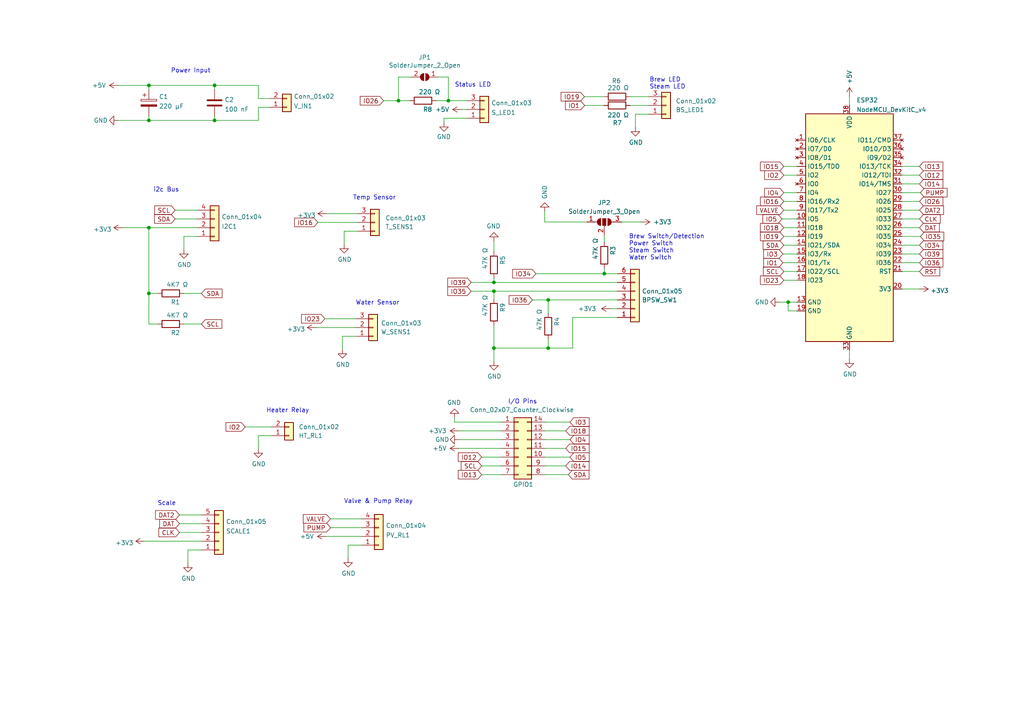
<source format=kicad_sch>
(kicad_sch (version 20230121) (generator eeschema)
  (paper "A4")
  (title_block (title "ESP32 Breakout Board - SMD") (date "2023-12-25") (rev "1.0") (company "CleverCoffee "))
  (lib_symbols
    (symbol "Conn_01x04_1" (pin_names (offset 1.016) hide)
      (property "Reference" "J" (at 0 5.08 0))
      (property "Value" "Conn_01x04_1" (at 0 -7.62 0))
      (symbol "Conn_01x04_1_1_1"
        (rectangle (start -1.27 -4.953) (end 0 -5.207) (stroke (width 0.1524)))
        (rectangle (start -1.27 -2.413) (end 0 -2.667) (stroke (width 0.1524)))
        (rectangle (start -1.27 0.127) (end 0 -0.127) (stroke (width 0.1524)))
        (rectangle (start -1.27 2.667) (end 0 2.413) (stroke (width 0.1524)))
        (rectangle (start -1.27 3.81) (end 1.27 -6.35) (stroke (width 0.254)) (fill (type background)))
        (pin passive line (at -5.08 2.54 0) (length 3.81) (name "Pin_1") (number "1"))
        (pin passive line (at -5.08 0 0) (length 3.81) (name "Pin_2") (number "2"))
        (pin passive line (at -5.08 -2.54 0) (length 3.81) (name "Pin_3") (number "3"))
        (pin passive line (at -5.08 -5.08 0) (length 3.81) (name "Pin_4") (number "4"))
      )
    )
    (symbol "Connector_Generic:Conn_01x02" (pin_names (offset 1.016) hide)
      (property "Reference" "J" (at 0 2.54 0))
      (property "Value" "Conn_01x02" (at 0 -5.08 0))
      (symbol "Conn_01x02_1_1"
        (rectangle (start -1.27 -2.413) (end 0 -2.667) (stroke (width 0.1524)))
        (rectangle (start -1.27 0.127) (end 0 -0.127) (stroke (width 0.1524)))
        (rectangle (start -1.27 1.27) (end 1.27 -3.81) (stroke (width 0.254)) (fill (type background)))
        (pin passive line (at -5.08 0 0) (length 3.81) (name "Pin_1") (number "1"))
        (pin passive line (at -5.08 -2.54 0) (length 3.81) (name "Pin_2") (number "2"))
      )
    )
    (symbol "Connector_Generic:Conn_01x03" (pin_names (offset 1.016) hide)
      (property "Reference" "J" (at 0 5.08 0))
      (property "Value" "Conn_01x03" (at 0 -5.08 0))
      (symbol "Conn_01x03_1_1"
        (rectangle (start -1.27 -2.413) (end 0 -2.667) (stroke (width 0.1524)))
        (rectangle (start -1.27 0.127) (end 0 -0.127) (stroke (width 0.1524)))
        (rectangle (start -1.27 2.667) (end 0 2.413) (stroke (width 0.1524)))
        (rectangle (start -1.27 3.81) (end 1.27 -3.81) (stroke (width 0.254)) (fill (type background)))
        (pin passive line (at -5.08 2.54 0) (length 3.81) (name "Pin_1") (number "1"))
        (pin passive line (at -5.08 0 0) (length 3.81) (name "Pin_2") (number "2"))
        (pin passive line (at -5.08 -2.54 0) (length 3.81) (name "Pin_3") (number "3"))
      )
    )
    (symbol "Connector_Generic:Conn_01x04" (pin_names (offset 1.016) hide)
      (property "Reference" "J" (at 0 5.08 0))
      (property "Value" "Conn_01x04" (at 0 -7.62 0))
      (symbol "Conn_01x04_1_1"
        (rectangle (start -1.27 -4.953) (end 0 -5.207) (stroke (width 0.1524)))
        (rectangle (start -1.27 -2.413) (end 0 -2.667) (stroke (width 0.1524)))
        (rectangle (start -1.27 0.127) (end 0 -0.127) (stroke (width 0.1524)))
        (rectangle (start -1.27 2.667) (end 0 2.413) (stroke (width 0.1524)))
        (rectangle (start -1.27 3.81) (end 1.27 -6.35) (stroke (width 0.254)) (fill (type background)))
        (pin passive line (at -5.08 2.54 0) (length 3.81) (name "Pin_1") (number "1"))
        (pin passive line (at -5.08 0 0) (length 3.81) (name "Pin_2") (number "2"))
        (pin passive line (at -5.08 -2.54 0) (length 3.81) (name "Pin_3") (number "3"))
        (pin passive line (at -5.08 -5.08 0) (length 3.81) (name "Pin_4") (number "4"))
      )
    )
    (symbol "Connector_Generic:Conn_01x05" (pin_names (offset 1.016) hide)
      (property "Reference" "J" (at 0 7.62 0))
      (property "Value" "Conn_01x05" (at 0 -7.62 0))
      (symbol "Conn_01x05_1_1"
        (rectangle (start -1.27 -4.953) (end 0 -5.207) (stroke (width 0.1524)))
        (rectangle (start -1.27 -2.413) (end 0 -2.667) (stroke (width 0.1524)))
        (rectangle (start -1.27 0.127) (end 0 -0.127) (stroke (width 0.1524)))
        (rectangle (start -1.27 2.667) (end 0 2.413) (stroke (width 0.1524)))
        (rectangle (start -1.27 5.207) (end 0 4.953) (stroke (width 0.1524)))
        (rectangle (start -1.27 6.35) (end 1.27 -6.35) (stroke (width 0.254)) (fill (type background)))
        (pin passive line (at -5.08 5.08 0) (length 3.81) (name "Pin_1") (number "1"))
        (pin passive line (at -5.08 2.54 0) (length 3.81) (name "Pin_2") (number "2"))
        (pin passive line (at -5.08 0 0) (length 3.81) (name "Pin_3") (number "3"))
        (pin passive line (at -5.08 -2.54 0) (length 3.81) (name "Pin_4") (number "4"))
        (pin passive line (at -5.08 -5.08 0) (length 3.81) (name "Pin_5") (number "5"))
      )
    )
    (symbol "Connector_Generic:Conn_01x06" (pin_names (offset 1.016) hide)
      (property "Reference" "J" (at 0 7.62 0))
      (property "Value" "Conn_01x06" (at 0 -10.16 0))
      (symbol "Conn_01x06_1_1"
        (rectangle (start -1.27 -7.493) (end 0 -7.747) (stroke (width 0.1524)))
        (rectangle (start -1.27 -4.953) (end 0 -5.207) (stroke (width 0.1524)))
        (rectangle (start -1.27 -2.413) (end 0 -2.667) (stroke (width 0.1524)))
        (rectangle (start -1.27 0.127) (end 0 -0.127) (stroke (width 0.1524)))
        (rectangle (start -1.27 2.667) (end 0 2.413) (stroke (width 0.1524)))
        (rectangle (start -1.27 5.207) (end 0 4.953) (stroke (width 0.1524)))
        (rectangle (start -1.27 6.35) (end 1.27 -8.89) (stroke (width 0.254)) (fill (type background)))
        (pin passive line (at -5.08 5.08 0) (length 3.81) (name "Pin_1") (number "1"))
        (pin passive line (at -5.08 2.54 0) (length 3.81) (name "Pin_2") (number "2"))
        (pin passive line (at -5.08 0 0) (length 3.81) (name "Pin_3") (number "3"))
        (pin passive line (at -5.08 -2.54 0) (length 3.81) (name "Pin_4") (number "4"))
        (pin passive line (at -5.08 -5.08 0) (length 3.81) (name "Pin_5") (number "5"))
        (pin passive line (at -5.08 -7.62 0) (length 3.81) (name "Pin_6") (number "6"))
      )
    )
    (symbol "Connector_Generic:Conn_02x07_Counter_Clockwise" (pin_names (offset 1.016) hide)
      (property "Reference" "J" (at 1.27 10.16 0))
      (property "Value" "Conn_02x07_Counter_Clockwise" (at 1.27 -10.16 0))
      (symbol "Conn_02x07_Counter_Clockwise_1_1"
        (rectangle (start -1.27 -7.493) (end 0 -7.747) (stroke (width 0.1524)))
        (rectangle (start -1.27 -4.953) (end 0 -5.207) (stroke (width 0.1524)))
        (rectangle (start -1.27 -2.413) (end 0 -2.667) (stroke (width 0.1524)))
        (rectangle (start -1.27 0.127) (end 0 -0.127) (stroke (width 0.1524)))
        (rectangle (start -1.27 2.667) (end 0 2.413) (stroke (width 0.1524)))
        (rectangle (start -1.27 5.207) (end 0 4.953) (stroke (width 0.1524)))
        (rectangle (start -1.27 7.747) (end 0 7.493) (stroke (width 0.1524)))
        (rectangle (start -1.27 8.89) (end 3.81 -8.89) (stroke (width 0.254)) (fill (type background)))
        (rectangle (start 3.81 -7.493) (end 2.54 -7.747) (stroke (width 0.1524)))
        (rectangle (start 3.81 -4.953) (end 2.54 -5.207) (stroke (width 0.1524)))
        (rectangle (start 3.81 -2.413) (end 2.54 -2.667) (stroke (width 0.1524)))
        (rectangle (start 3.81 0.127) (end 2.54 -0.127) (stroke (width 0.1524)))
        (rectangle (start 3.81 2.667) (end 2.54 2.413) (stroke (width 0.1524)))
        (rectangle (start 3.81 5.207) (end 2.54 4.953) (stroke (width 0.1524)))
        (rectangle (start 3.81 7.747) (end 2.54 7.493) (stroke (width 0.1524)))
        (pin passive line (at -5.08 7.62 0) (length 3.81) (name "Pin_1") (number "1"))
        (pin passive line (at 7.62 -2.54 180) (length 3.81) (name "Pin_10") (number "10"))
        (pin passive line (at 7.62 0 180) (length 3.81) (name "Pin_11") (number "11"))
        (pin passive line (at 7.62 2.54 180) (length 3.81) (name "Pin_12") (number "12"))
        (pin passive line (at 7.62 5.08 180) (length 3.81) (name "Pin_13") (number "13"))
        (pin passive line (at 7.62 7.62 180) (length 3.81) (name "Pin_14") (number "14"))
        (pin passive line (at -5.08 5.08 0) (length 3.81) (name "Pin_2") (number "2"))
        (pin passive line (at -5.08 2.54 0) (length 3.81) (name "Pin_3") (number "3"))
        (pin passive line (at -5.08 0 0) (length 3.81) (name "Pin_4") (number "4"))
        (pin passive line (at -5.08 -2.54 0) (length 3.81) (name "Pin_5") (number "5"))
        (pin passive line (at -5.08 -5.08 0) (length 3.81) (name "Pin_6") (number "6"))
        (pin passive line (at -5.08 -7.62 0) (length 3.81) (name "Pin_7") (number "7"))
        (pin passive line (at 7.62 -7.62 180) (length 3.81) (name "Pin_8") (number "8"))
        (pin passive line (at 7.62 -5.08 180) (length 3.81) (name "Pin_9") (number "9"))
      )
    )
    (symbol "Device:C" (pin_numbers hide) (pin_names (offset 0.254))
      (property "Reference" "C" (at 0.635 2.54 0))
      (property "Value" "C" (at 0.635 -2.54 0))
      (symbol "C_0_1"
        (polyline (pts (xy -2.032 -0.762) (xy 2.032 -0.762)) (stroke (width 0.508)))
        (polyline (pts (xy -2.032 0.762) (xy 2.032 0.762)) (stroke (width 0.508)))
      )
      (symbol "C_1_1"
        (pin passive line (at 0 3.81 270) (length 2.794) (name "~") (number "1"))
        (pin passive line (at 0 -3.81 90) (length 2.794) (name "~") (number "2"))
      )
    )
    (symbol "Device:C_Polarized" (pin_numbers hide) (pin_names (offset 0.254))
      (property "Reference" "C" (at 0.635 2.54 0))
      (property "Value" "C_Polarized" (at 0.635 -2.54 0))
      (symbol "C_Polarized_0_1"
        (rectangle (start -2.286 0.508) (end 2.286 1.016))
        (polyline (pts (xy -1.778 2.286) (xy -0.762 2.286)))
        (polyline (pts (xy -1.27 2.794) (xy -1.27 1.778)))
        (rectangle (start 2.286 -0.508) (end -2.286 -1.016) (fill (type outline)))
      )
      (symbol "C_Polarized_1_1"
        (pin passive line (at 0 3.81 270) (length 2.794) (name "~") (number "1"))
        (pin passive line (at 0 -3.81 90) (length 2.794) (name "~") (number "2"))
      )
    )
    (symbol "Device:R" (pin_numbers hide) (pin_names (offset 0))
      (property "Reference" "R" (at 2.032 0 90))
      (property "Value" "R" (at 0 0 90))
      (symbol "R_0_1"
        (rectangle (start -1.016 -2.54) (end 1.016 2.54) (stroke (width 0.254)))
      )
      (symbol "R_1_1"
        (pin passive line (at 0 3.81 270) (length 1.27) (name "~") (number "1"))
        (pin passive line (at 0 -3.81 90) (length 1.27) (name "~") (number "2"))
      )
    )
    (symbol "Jumper:SolderJumper_2_Open" (pin_names (offset 0) hide)
      (property "Reference" "JP" (at 0 2.032 0))
      (property "Value" "SolderJumper_2_Open" (at 0 -2.54 0))
      (symbol "SolderJumper_2_Open_0_1"
        (arc (start -0.254 1.016) (mid -1.2656 0) (end -0.254 -1.016))
        (arc (start -0.254 1.016) (mid -1.2656 0) (end -0.254 -1.016) (fill (type outline)))
        (polyline (pts (xy -0.254 1.016) (xy -0.254 -1.016)))
        (polyline (pts (xy 0.254 1.016) (xy 0.254 -1.016)))
        (arc (start 0.254 -1.016) (mid 1.2656 0) (end 0.254 1.016))
        (arc (start 0.254 -1.016) (mid 1.2656 0) (end 0.254 1.016) (fill (type outline)))
      )
      (symbol "SolderJumper_2_Open_1_1"
        (pin passive line (at -3.81 0 0) (length 2.54) (name "A") (number "1"))
        (pin passive line (at 3.81 0 180) (length 2.54) (name "B") (number "2"))
      )
    )
    (symbol "Jumper:SolderJumper_3_Open" (pin_names (offset 0) hide)
      (property "Reference" "JP" (at -2.54 -2.54 0))
      (property "Value" "SolderJumper_3_Open" (at 0 2.794 0))
      (symbol "SolderJumper_3_Open_0_1"
        (arc (start -1.016 1.016) (mid -2.0276 0) (end -1.016 -1.016))
        (arc (start -1.016 1.016) (mid -2.0276 0) (end -1.016 -1.016) (fill (type outline)))
        (rectangle (start -0.508 1.016) (end 0.508 -1.016) (fill (type outline)))
        (polyline (pts (xy -2.54 0) (xy -2.032 0)))
        (polyline (pts (xy -1.016 1.016) (xy -1.016 -1.016)))
        (polyline (pts (xy 0 -1.27) (xy 0 -1.016)))
        (polyline (pts (xy 1.016 1.016) (xy 1.016 -1.016)))
        (polyline (pts (xy 2.54 0) (xy 2.032 0)))
        (arc (start 1.016 -1.016) (mid 2.0276 0) (end 1.016 1.016))
        (arc (start 1.016 -1.016) (mid 2.0276 0) (end 1.016 1.016) (fill (type outline)))
      )
      (symbol "SolderJumper_3_Open_1_1"
        (pin passive line (at -5.08 0 0) (length 2.54) (name "A") (number "1"))
        (pin passive line (at 0 -3.81 90) (length 2.54) (name "C") (number "2"))
        (pin passive line (at 5.08 0 180) (length 2.54) (name "B") (number "3"))
      )
    )
    (symbol "MCU_Espressif:NodeMCU_DevKitC_v4"
      (property "Reference" "ESP32" (at 2.0194 36.9865 0))
      (property "Value" "NodeMCU_DevKitC_v4" (at 2.0194 34.2114 0))
      (symbol "NodeMCU_DevKitC_v4_0_1"
        (rectangle (start -12.7 33.02) (end 12.7 -33.02) (stroke (width 0.254)) (fill (type background)))
      )
      (symbol "NodeMCU_DevKitC_v4_1_1"
        (pin no_connect line (at -15.24 25.4 0) (length 2.54) (name "IO6/CLK") (number "1"))
        (pin bidirectional line (at -15.24 2.54 0) (length 2.54) (name "IO5") (number "10"))
        (pin bidirectional line (at -15.24 0 0) (length 2.54) (name "IO18") (number "11"))
        (pin bidirectional line (at -15.24 -2.54 0) (length 2.54) (name "IO19") (number "12"))
        (pin power_in line (at -15.24 -21.59 0) (length 2.54) (name "GND") (number "13"))
        (pin bidirectional line (at -15.24 -5.08 0) (length 2.54) (name "IO21/SDA") (number "14"))
        (pin bidirectional line (at -15.24 -7.62 0) (length 2.54) (name "IO3/Rx") (number "15"))
        (pin bidirectional line (at -15.24 -10.16 0) (length 2.54) (name "IO1/Tx") (number "16"))
        (pin bidirectional line (at -15.24 -12.7 0) (length 2.54) (name "IO22/SCL") (number "17"))
        (pin bidirectional line (at -15.24 -15.24 0) (length 2.54) (name "IO23") (number "18"))
        (pin power_in line (at -15.24 -24.13 0) (length 2.54) (name "GND") (number "19"))
        (pin no_connect line (at -15.24 22.86 0) (length 2.54) (name "IO7/D0") (number "2"))
        (pin power_out line (at 15.24 -17.78 180) (length 2.54) (name "3V3") (number "20"))
        (pin input line (at 15.24 -12.7 180) (length 2.54) (name "RST") (number "21"))
        (pin bidirectional line (at 15.24 -10.16 180) (length 2.54) (name "IO36") (number "22"))
        (pin bidirectional line (at 15.24 -7.62 180) (length 2.54) (name "IO39") (number "23"))
        (pin bidirectional line (at 15.24 -5.08 180) (length 2.54) (name "IO34") (number "24"))
        (pin bidirectional line (at 15.24 -2.54 180) (length 2.54) (name "IO35") (number "25"))
        (pin bidirectional line (at 15.24 0 180) (length 2.54) (name "IO32") (number "26"))
        (pin bidirectional line (at 15.24 2.54 180) (length 2.54) (name "IO33") (number "27"))
        (pin bidirectional line (at 15.24 5.08 180) (length 2.54) (name "IO25") (number "28"))
        (pin bidirectional line (at 15.24 7.62 180) (length 2.54) (name "IO26") (number "29"))
        (pin no_connect line (at -15.24 20.32 0) (length 2.54) (name "IO8/D1") (number "3"))
        (pin bidirectional line (at 15.24 10.16 180) (length 2.54) (name "IO27") (number "30"))
        (pin bidirectional line (at 15.24 12.7 180) (length 2.54) (name "IO14/TMS") (number "31"))
        (pin bidirectional line (at 15.24 15.24 180) (length 2.54) (name "IO12/TDI") (number "32"))
        (pin power_in line (at 0 -35.56 90) (length 2.54) (name "GND") (number "33"))
        (pin bidirectional line (at 15.24 17.78 180) (length 2.54) (name "IO13/TCK") (number "34"))
        (pin no_connect line (at 15.24 20.32 180) (length 2.54) (name "IO9/D2") (number "35"))
        (pin no_connect line (at 15.24 22.86 180) (length 2.54) (name "IO10/D3") (number "36"))
        (pin no_connect line (at 15.24 25.4 180) (length 2.54) (name "IO11/CMD") (number "37"))
        (pin power_in line (at 0 35.56 270) (length 2.54) (name "VDD") (number "38"))
        (pin bidirectional line (at -15.24 17.78 0) (length 2.54) (name "IO15/TDO") (number "4"))
        (pin bidirectional line (at -15.24 15.24 0) (length 2.54) (name "IO2") (number "5"))
        (pin no_connect line (at -15.24 12.7 0) (length 2.54) (name "IO0") (number "6"))
        (pin bidirectional line (at -15.24 10.16 0) (length 2.54) (name "IO4") (number "7"))
        (pin bidirectional line (at -15.24 7.62 0) (length 2.54) (name "IO16/Rx2") (number "8"))
        (pin bidirectional line (at -15.24 5.08 0) (length 2.54) (name "IO17/Tx2") (number "9"))
      )
    )
    (symbol "power:+3.3V" (power) (pin_names (offset 0))
      (property "Value" "+3.3V" (at 0 3.556 0))
      (symbol "+3.3V_0_1"
        (polyline (pts (xy -0.762 1.27) (xy 0 2.54)))
        (polyline (pts (xy 0 0) (xy 0 2.54)))
        (polyline (pts (xy 0 2.54) (xy 0.762 1.27)))
      )
      (symbol "+3.3V_1_1"
        (pin power_in line (at 0 0 90) (length 0) hide (name "+3V3") (number "1"))
      )
    )
    (symbol "power:+5V" (power) (pin_names (offset 0))
      (property "Value" "+5V" (at 0 3.556 0))
      (symbol "+5V_0_1"
        (polyline (pts (xy -0.762 1.27) (xy 0 2.54)))
        (polyline (pts (xy 0 0) (xy 0 2.54)))
        (polyline (pts (xy 0 2.54) (xy 0.762 1.27)))
      )
      (symbol "+5V_1_1"
        (pin power_in line (at 0 0 90) (length 0) hide (name "+5V") (number "1"))
      )
    )
    (symbol "power:GND" (power) (pin_names (offset 0))
      (property "Value" "GND" (at 0 -3.81 0))
      (symbol "GND_0_1"
        (polyline (pts (xy 0 0) (xy 0 -1.27) (xy 1.27 -1.27) (xy 0 -2.54) (xy -1.27 -1.27) (xy 0 -1.27)))
      )
      (symbol "GND_1_1"
        (pin power_in line (at 0 0 270) (length 0) hide (name "GND") (number "1"))
      )
    )
  )
  (junction (at 43.18 66.04))
  (junction (at 43.18 85.09))
  (junction (at 228.6 87.63))
  (junction (at 62.23 34.925))
  (junction (at 143.256 84.455))
  (junction (at 115.57 29.21))
  (junction (at 62.23 24.765))
  (junction (at 159.004 100.965))
  (junction (at 43.18 24.765))
  (junction (at 175.26 79.375))
  (junction (at 159.004 86.995))
  (junction (at 43.18 34.925))
  (junction (at 143.256 81.915))
  (junction (at 143.256 100.965))
  (junction (at 130.048 29.21))
  (wire (pts (xy 94.234 92.456) (xy 103.124 92.456)))
  (wire (pts (xy 133.096 130.048) (xy 145.288 130.048)))
  (wire (pts (xy 54.5084 159.512) (xy 54.5084 163.3728)))
  (wire (pts (xy 92.202 64.516) (xy 103.632 64.516)))
  (wire (pts (xy 131.826 122.428) (xy 131.826 121.158)))
  (wire (pts (xy 184.3024 36.9316) (xy 184.3024 33.1216)))
  (wire (pts (xy 157.988 124.968) (xy 164.084 124.968)))
  (wire (pts (xy 226.06 87.63) (xy 228.6 87.63)))
  (wire (pts (xy 43.18 85.09) (xy 43.18 93.98)))
  (wire (pts (xy 145.288 122.428) (xy 131.826 122.428)))
  (wire (pts (xy 94.615 155.575) (xy 104.775 155.575)))
  (wire (pts (xy 62.23 24.765) (xy 62.23 26.035)))
  (wire (pts (xy 99.314 97.536) (xy 103.124 97.536)))
  (wire (pts (xy 50.8 63.5) (xy 57.15 63.5)))
  (wire (pts (xy 154.432 86.995) (xy 159.004 86.995)))
  (wire (pts (xy 43.18 34.925) (xy 62.23 34.925)))
  (wire (pts (xy 43.18 85.09) (xy 45.72 85.09)))
  (wire (pts (xy 246.38 101.6) (xy 246.38 104.14)))
  (wire (pts (xy 139.7 132.588) (xy 145.288 132.588)))
  (wire (pts (xy 99.314 101.346) (xy 99.314 97.536)))
  (wire (pts (xy 74.93 24.765) (xy 74.93 28.575)))
  (wire (pts (xy 53.34 93.98) (xy 58.42 93.98)))
  (wire (pts (xy 133.096 127.508) (xy 145.288 127.508)))
  (wire (pts (xy 133.096 124.968) (xy 145.288 124.968)))
  (wire (pts (xy 94.742 61.976) (xy 103.632 61.976)))
  (wire (pts (xy 43.18 24.765) (xy 43.18 26.035)))
  (wire (pts (xy 62.23 33.655) (xy 62.23 34.925)))
  (wire (pts (xy 126.492 29.21) (xy 130.048 29.21)))
  (wire (pts (xy 169.5196 28.0416) (xy 175.1584 28.0416)))
  (wire (pts (xy 228.6 87.63) (xy 231.14 87.63)))
  (wire (pts (xy 246.38 27.94) (xy 246.38 30.48)))
  (wire (pts (xy 43.18 66.04) (xy 43.18 85.09)))
  (wire (pts (xy 227.33 50.8) (xy 231.14 50.8)))
  (wire (pts (xy 43.18 33.655) (xy 43.18 34.925)))
  (wire (pts (xy 136.652 84.455) (xy 143.256 84.455)))
  (wire (pts (xy 261.62 50.8) (xy 266.7 50.8)))
  (wire (pts (xy 139.7 135.128) (xy 145.288 135.128)))
  (wire (pts (xy 100.965 161.925) (xy 100.965 158.115)))
  (wire (pts (xy 175.26 68.199) (xy 175.26 70.231)))
  (wire (pts (xy 53.34 68.58) (xy 53.34 72.39)))
  (wire (pts (xy 74.93 28.575) (xy 78.105 28.575)))
  (wire (pts (xy 226.822 63.5) (xy 231.14 63.5)))
  (wire (pts (xy 227.33 68.58) (xy 231.14 68.58)))
  (wire (pts (xy 227.33 71.12) (xy 231.14 71.12)))
  (wire (pts (xy 99.822 67.056) (xy 103.632 67.056)))
  (wire (pts (xy 78.74 126.365) (xy 74.93 126.365)))
  (wire (pts (xy 227.076 76.2) (xy 231.14 76.2)))
  (wire (pts (xy 130.048 22.352) (xy 130.048 29.21)))
  (wire (pts (xy 159.004 86.995) (xy 179.07 86.995)))
  (wire (pts (xy 52.07 154.432) (xy 58.42 154.432)))
  (wire (pts (xy 157.988 127.508) (xy 165.3032 127.508)))
  (wire (pts (xy 159.004 98.425) (xy 159.004 100.965)))
  (wire (pts (xy 261.62 60.96) (xy 266.7 60.96)))
  (wire (pts (xy 95.885 153.035) (xy 104.775 153.035)))
  (wire (pts (xy 261.62 58.42) (xy 266.7 58.42)))
  (wire (pts (xy 261.62 53.34) (xy 266.7 53.34)))
  (wire (pts (xy 128.778 34.29) (xy 128.778 35.56)))
  (wire (pts (xy 115.57 22.352) (xy 115.57 29.21)))
  (wire (pts (xy 157.988 61.341) (xy 157.988 64.389)))
  (wire (pts (xy 261.62 48.26) (xy 266.7 48.26)))
  (wire (pts (xy 227.33 55.88) (xy 231.14 55.88)))
  (wire (pts (xy 180.34 64.389) (xy 185.928 64.389)))
  (wire (pts (xy 175.26 77.851) (xy 175.26 79.375)))
  (wire (pts (xy 74.93 24.765) (xy 62.23 24.765)))
  (wire (pts (xy 34.29 24.765) (xy 43.18 24.765)))
  (wire (pts (xy 227.33 58.42) (xy 231.14 58.42)))
  (wire (pts (xy 166.116 92.075) (xy 179.07 92.075)))
  (wire (pts (xy 143.256 100.965) (xy 159.004 100.965)))
  (wire (pts (xy 157.988 122.428) (xy 165.3032 122.428)))
  (wire (pts (xy 261.62 55.88) (xy 266.954 55.88)))
  (wire (pts (xy 184.3024 33.1216) (xy 188.1124 33.1216)))
  (wire (pts (xy 175.26 79.375) (xy 179.07 79.375)))
  (wire (pts (xy 52.07 149.352) (xy 58.42 149.352)))
  (wire (pts (xy 111.252 29.21) (xy 115.57 29.21)))
  (wire (pts (xy 157.988 64.389) (xy 170.18 64.389)))
  (wire (pts (xy 115.57 29.21) (xy 118.872 29.21)))
  (wire (pts (xy 188.1124 30.5816) (xy 182.7784 30.5816)))
  (wire (pts (xy 261.62 63.5) (xy 266.7 63.5)))
  (wire (pts (xy 91.694 94.996) (xy 103.124 94.996)))
  (wire (pts (xy 177.038 89.535) (xy 179.07 89.535)))
  (wire (pts (xy 53.34 85.09) (xy 58.42 85.09)))
  (wire (pts (xy 143.256 94.361) (xy 143.256 100.965)))
  (wire (pts (xy 157.988 132.588) (xy 165.3032 132.588)))
  (wire (pts (xy 71.12 123.825) (xy 78.74 123.825)))
  (wire (pts (xy 261.62 68.58) (xy 266.954 68.58)))
  (wire (pts (xy 74.93 34.925) (xy 62.23 34.925)))
  (wire (pts (xy 119.38 22.352) (xy 115.57 22.352)))
  (wire (pts (xy 135.382 34.29) (xy 128.778 34.29)))
  (wire (pts (xy 157.988 130.048) (xy 164.084 130.048)))
  (wire (pts (xy 136.652 81.915) (xy 143.256 81.915)))
  (wire (pts (xy 133.858 31.75) (xy 135.382 31.75)))
  (wire (pts (xy 35.56 66.04) (xy 43.18 66.04)))
  (wire (pts (xy 41.91 156.972) (xy 58.42 156.972)))
  (wire (pts (xy 143.256 84.455) (xy 179.07 84.455)))
  (wire (pts (xy 143.256 80.645) (xy 143.256 81.915)))
  (wire (pts (xy 227.33 48.26) (xy 231.14 48.26)))
  (wire (pts (xy 261.62 78.74) (xy 266.7 78.74)))
  (wire (pts (xy 53.34 68.58) (xy 57.15 68.58)))
  (wire (pts (xy 227.33 60.96) (xy 231.14 60.96)))
  (wire (pts (xy 43.18 66.04) (xy 57.15 66.04)))
  (wire (pts (xy 130.048 29.21) (xy 135.382 29.21)))
  (wire (pts (xy 227.33 81.28) (xy 231.14 81.28)))
  (wire (pts (xy 169.5704 30.5816) (xy 175.1584 30.5816)))
  (wire (pts (xy 52.07 151.892) (xy 58.42 151.892)))
  (wire (pts (xy 227.076 73.66) (xy 231.14 73.66)))
  (wire (pts (xy 74.93 31.115) (xy 78.105 31.115)))
  (wire (pts (xy 159.004 100.965) (xy 166.116 100.965)))
  (wire (pts (xy 100.965 158.115) (xy 104.775 158.115)))
  (wire (pts (xy 74.93 31.115) (xy 74.93 34.925)))
  (wire (pts (xy 228.6 90.17) (xy 228.6 87.63)))
  (wire (pts (xy 261.62 83.82) (xy 266.7 83.82)))
  (wire (pts (xy 50.8 60.96) (xy 57.15 60.96)))
  (wire (pts (xy 159.004 86.995) (xy 159.004 90.805)))
  (wire (pts (xy 261.62 71.12) (xy 266.7 71.12)))
  (wire (pts (xy 155.448 79.375) (xy 175.26 79.375)))
  (wire (pts (xy 143.256 84.455) (xy 143.256 86.741)))
  (wire (pts (xy 34.29 34.925) (xy 43.18 34.925)))
  (wire (pts (xy 54.5084 159.512) (xy 58.42 159.512)))
  (wire (pts (xy 143.256 100.965) (xy 143.256 104.775)))
  (wire (pts (xy 231.14 90.17) (xy 228.6 90.17)))
  (wire (pts (xy 143.256 69.977) (xy 143.256 73.025)))
  (wire (pts (xy 139.7 137.668) (xy 145.288 137.668)))
  (wire (pts (xy 182.7784 28.0416) (xy 188.1124 28.0416)))
  (wire (pts (xy 227.33 66.04) (xy 231.14 66.04)))
  (wire (pts (xy 166.116 92.075) (xy 166.116 100.965)))
  (wire (pts (xy 95.8342 150.495) (xy 104.775 150.495)))
  (wire (pts (xy 43.18 93.98) (xy 45.72 93.98)))
  (wire (pts (xy 127 22.352) (xy 130.048 22.352)))
  (wire (pts (xy 227.33 78.74) (xy 231.14 78.74)))
  (wire (pts (xy 99.822 70.866) (xy 99.822 67.056)))
  (wire (pts (xy 157.988 135.128) (xy 164.084 135.128)))
  (wire (pts (xy 157.988 137.668) (xy 164.846 137.668)))
  (wire (pts (xy 261.62 76.2) (xy 266.7 76.2)))
  (wire (pts (xy 74.93 126.365) (xy 74.93 130.175)))
  (wire (pts (xy 143.256 81.915) (xy 179.07 81.915)))
  (wire (pts (xy 261.62 66.04) (xy 266.7 66.04)))
  (wire (pts (xy 261.62 73.66) (xy 266.7 73.66)))
  (wire (pts (xy 43.18 24.765) (xy 62.23 24.765)))
  (text "Status LED" (at 131.8768 25.4508 0) (effects (font (size 1.27 1.27)) (justify left bottom)))
  (text "i2c Bus\n" (at 44.45 55.88 0) (effects (font (size 1.27 1.27)) (justify left bottom)))
  (text "Temp Sensor\n" (at 102.362 58.166 0) (effects (font (size 1.27 1.27)) (justify left bottom)))
  (text "Brew Switch/Detection\nPower Switch\nSteam Switch\nWater Switch\n" (at 182.372 75.565 0) (effects (font (size 1.27 1.27)) (justify left bottom)))
  (text "Heater Relay" (at 77.216 119.888 0) (effects (font (size 1.27 1.27)) (justify left bottom)))
  (text "Scale\n" (at 45.6692 146.812 0) (effects (font (size 1.27 1.27)) (justify left bottom)))
  (text "Brew LED\nSteam LED" (at 188.3664 26.0096 0) (effects (font (size 1.27 1.27)) (justify left bottom)))
  (text "I/O Pins\n" (at 147.32 117.348 0) (effects (font (size 1.27 1.27)) (justify left bottom)))
  (text "Power Input" (at 49.53 21.336 0) (effects (font (size 1.27 1.27)) (justify left bottom)))
  (text "Valve & Pump Relay\n" (at 99.7458 146.2278 0) (effects (font (size 1.27 1.27)) (justify left bottom)))
  (text "Water Sensor\n" (at 103.124 88.646 0) (effects (font (size 1.27 1.27)) (justify left bottom)))
  (global_label "IO35" (shape input) (at 136.652 84.455 180) (property "Intersheetrefs" "${INTERSHEET_REFS}" (effects hide)))
  (global_label "IO15" (shape input) (at 164.084 130.048 0) (property "Intersheetrefs" "${INTERSHEET_REFS}" (effects hide)))
  (global_label "IO3" (shape input) (at 227.076 73.66 180) (property "Intersheetrefs" "${INTERSHEET_REFS}" (effects hide)))
  (global_label "DAT" (shape input) (at 52.07 151.892 180) (property "Intersheetrefs" "${INTERSHEET_REFS}" (effects hide)))
  (global_label "CLK" (shape input) (at 266.7 63.5 0) (property "Intersheetrefs" "${INTERSHEET_REFS}" (effects hide)))
  (global_label "IO1" (shape input) (at 227.076 76.2 180) (property "Intersheetrefs" "${INTERSHEET_REFS}" (effects hide)))
  (global_label "SCL" (shape input) (at 139.7 135.128 180) (property "Intersheetrefs" "${INTERSHEET_REFS}" (effects hide)))
  (global_label "IO12" (shape input) (at 139.7 132.588 180) (property "Intersheetrefs" "${INTERSHEET_REFS}" (effects hide)))
  (global_label "IO39" (shape input) (at 136.652 81.915 180) (property "Intersheetrefs" "${INTERSHEET_REFS}" (effects hide)))
  (global_label "IO18" (shape input) (at 227.33 66.04 180) (property "Intersheetrefs" "${INTERSHEET_REFS}" (effects hide)))
  (global_label "CLK" (shape input) (at 52.07 154.432 180) (property "Intersheetrefs" "${INTERSHEET_REFS}" (effects hide)))
  (global_label "IO35" (shape input) (at 266.954 68.58 0) (property "Intersheetrefs" "${INTERSHEET_REFS}" (effects hide)))
  (global_label "IO12" (shape input) (at 266.7 50.8 0) (property "Intersheetrefs" "${INTERSHEET_REFS}" (effects hide)))
  (global_label "IO2" (shape input) (at 71.12 123.825 180) (property "Intersheetrefs" "${INTERSHEET_REFS}" (effects hide)))
  (global_label "IO19" (shape input) (at 169.5196 28.0416 180) (property "Intersheetrefs" "${INTERSHEET_REFS}" (effects hide)))
  (global_label "IO26" (shape input) (at 111.252 29.21 180) (property "Intersheetrefs" "${INTERSHEET_REFS}" (effects hide)))
  (global_label "PUMP" (shape input) (at 95.885 153.035 180) (property "Intersheetrefs" "${INTERSHEET_REFS}" (effects hide)))
  (global_label "IO23" (shape input) (at 227.33 81.28 180) (property "Intersheetrefs" "${INTERSHEET_REFS}" (effects hide)))
  (global_label "SDA" (shape input) (at 50.8 63.5 180) (property "Intersheetrefs" "${INTERSHEET_REFS}" (effects hide)))
  (global_label "IO5" (shape input) (at 226.822 63.5 180) (property "Intersheetrefs" "${INTERSHEET_REFS}" (effects hide)))
  (global_label "IO15" (shape input) (at 227.33 48.26 180) (property "Intersheetrefs" "${INTERSHEET_REFS}" (effects hide)))
  (global_label "IO19" (shape input) (at 227.33 68.58 180) (property "Intersheetrefs" "${INTERSHEET_REFS}" (effects hide)))
  (global_label "VALVE" (shape input) (at 95.8342 150.495 180) (property "Intersheetrefs" "${INTERSHEET_REFS}" (effects hide)))
  (global_label "SDA" (shape input) (at 227.33 71.12 180) (property "Intersheetrefs" "${INTERSHEET_REFS}" (effects hide)))
  (global_label "IO16" (shape input) (at 227.33 58.42 180) (property "Intersheetrefs" "${INTERSHEET_REFS}" (effects hide)))
  (global_label "SCL" (shape input) (at 50.8 60.96 180) (property "Intersheetrefs" "${INTERSHEET_REFS}" (effects hide)))
  (global_label "IO14" (shape input) (at 164.084 135.128 0) (property "Intersheetrefs" "${INTERSHEET_REFS}" (effects hide)))
  (global_label "DAT2" (shape input) (at 52.07 149.352 180) (property "Intersheetrefs" "${INTERSHEET_REFS}" (effects hide)))
  (global_label "IO18" (shape input) (at 164.084 124.968 0) (property "Intersheetrefs" "${INTERSHEET_REFS}" (effects hide)))
  (global_label "IO23" (shape input) (at 94.234 92.456 180) (property "Intersheetrefs" "${INTERSHEET_REFS}" (effects hide)))
  (global_label "SDA" (shape input) (at 58.42 85.09 0) (property "Intersheetrefs" "${INTERSHEET_REFS}" (effects hide)))
  (global_label "IO13" (shape input) (at 266.7 48.26 0) (property "Intersheetrefs" "${INTERSHEET_REFS}" (effects hide)))
  (global_label "IO39" (shape input) (at 266.7 73.66 0) (property "Intersheetrefs" "${INTERSHEET_REFS}" (effects hide)))
  (global_label "VALVE" (shape input) (at 227.33 60.96 180) (property "Intersheetrefs" "${INTERSHEET_REFS}" (effects hide)))
  (global_label "IO26" (shape input) (at 266.7 58.42 0) (property "Intersheetrefs" "${INTERSHEET_REFS}" (effects hide)))
  (global_label "DAT" (shape input) (at 266.7 66.04 0) (property "Intersheetrefs" "${INTERSHEET_REFS}" (effects hide)))
  (global_label "IO36" (shape input) (at 266.7 76.2 0) (property "Intersheetrefs" "${INTERSHEET_REFS}" (effects hide)))
  (global_label "IO4" (shape input) (at 165.3032 127.508 0) (property "Intersheetrefs" "${INTERSHEET_REFS}" (effects hide)))
  (global_label "IO13" (shape input) (at 139.7 137.668 180) (property "Intersheetrefs" "${INTERSHEET_REFS}" (effects hide)))
  (global_label "RST" (shape input) (at 266.7 78.74 0) (property "Intersheetrefs" "${INTERSHEET_REFS}" (effects hide)))
  (global_label "IO2" (shape input) (at 227.33 50.8 180) (property "Intersheetrefs" "${INTERSHEET_REFS}" (effects hide)))
  (global_label "IO14" (shape input) (at 266.7 53.34 0) (property "Intersheetrefs" "${INTERSHEET_REFS}" (effects hide)))
  (global_label "SCL" (shape input) (at 227.33 78.74 180) (property "Intersheetrefs" "${INTERSHEET_REFS}" (effects hide)))
  (global_label "IO16" (shape input) (at 92.202 64.516 180) (property "Intersheetrefs" "${INTERSHEET_REFS}" (effects hide)))
  (global_label "IO3" (shape input) (at 165.3032 122.428 0) (property "Intersheetrefs" "${INTERSHEET_REFS}" (effects hide)))
  (global_label "IO34" (shape input) (at 155.448 79.375 180) (property "Intersheetrefs" "${INTERSHEET_REFS}" (effects hide)))
  (global_label "IO1" (shape input) (at 169.5704 30.5816 180) (property "Intersheetrefs" "${INTERSHEET_REFS}" (effects hide)))
  (global_label "IO34" (shape input) (at 266.7 71.12 0) (property "Intersheetrefs" "${INTERSHEET_REFS}" (effects hide)))
  (global_label "SDA" (shape input) (at 164.846 137.668 0) (property "Intersheetrefs" "${INTERSHEET_REFS}" (effects hide)))
  (global_label "IO5" (shape input) (at 165.3032 132.588 0) (property "Intersheetrefs" "${INTERSHEET_REFS}" (effects hide)))
  (global_label "IO4" (shape input) (at 227.33 55.88 180) (property "Intersheetrefs" "${INTERSHEET_REFS}" (effects hide)))
  (global_label "PUMP" (shape input) (at 266.954 55.88 0) (property "Intersheetrefs" "${INTERSHEET_REFS}" (effects hide)))
  (global_label "IO36" (shape input) (at 154.432 86.995 180) (property "Intersheetrefs" "${INTERSHEET_REFS}" (effects hide)))
  (global_label "DAT2" (shape input) (at 266.7 60.96 0) (property "Intersheetrefs" "${INTERSHEET_REFS}" (effects hide)))
  (global_label "SCL" (shape input) (at 58.42 93.98 0) (property "Intersheetrefs" "${INTERSHEET_REFS}" (effects hide)))
  (symbol (lib_id "power:GND") (at 133.096 127.508 270) (unit 1)
    (property "Reference" "#PWR03" (effects hide))
    (property "Value" "GND" (at 128.27 127.508 90))
  )
  (symbol (lib_id "Connector_Generic:Conn_01x02") (at 83.82 126.365 0) (mirror x) (unit 1)
    (property "Reference" "HT_RL1" (at 86.614 126.365 0) (effects (justify left)))
    (property "Value" "Conn_01x02" (at 86.614 123.825 0) (effects (justify left)))
    (property "Footprint" "Connector_PinSocket_2.54mm:PinSocket_1x02_P2.54mm_Vertical" (effects hide))
  )
  (symbol (lib_id "Device:R") (at 143.256 90.551 0) (unit 1)
    (property "Reference" "R9" (at 145.796 90.551 90) (effects (justify left)))
    (property "Value" "47K Ω" (at 140.716 91.821 90) (effects (justify left)))
    (property "Footprint" "Resistor_SMD:R_0805_2012Metric_Pad1.20x1.40mm_HandSolder" (effects hide))
  )
  (symbol (lib_id "Connector_Generic:Conn_01x03") (at 108.204 94.996 0) (mirror x) (unit 1)
    (property "Reference" "W_SENS1" (at 110.49 96.266 0) (effects (justify left)))
    (property "Value" "Conn_01x03" (at 110.49 93.726 0) (effects (justify left)))
    (property "Footprint" "Connector_PinSocket_2.54mm:PinSocket_1x03_P2.54mm_Vertical" (effects hide))
  )
  (symbol (lib_id "power:GND") (at 246.38 104.14 0) (unit 1)
    (property "Reference" "#PWR0114" (effects hide))
    (property "Value" "GND" (at 246.507 108.5342 0))
  )
  (symbol (lib_id "Connector_Generic:Conn_01x06") (at 184.15 86.995 0) (mirror x) (unit 1)
    (property "Reference" "BPSW_SW1" (at 186.182 86.995 0) (effects (justify left)))
    (property "Value" "Conn_01x05" (at 186.182 84.455 0) (effects (justify left)))
    (property "Footprint" "Connector_PinSocket_2.54mm:PinSocket_1x06_P2.54mm_Vertical" (effects hide))
  )
  (symbol (lib_id "power:+3.3V") (at 94.742 61.976 90) (unit 1)
    (property "Reference" "#PWR0123" (effects hide))
    (property "Value" "+3.3V" (at 91.567 62.455 90) (effects (justify left)))
  )
  (symbol (lib_id "power:GND") (at 157.988 61.341 180) (unit 1)
    (property "Reference" "#PWR02" (effects hide))
    (property "Value" "GND" (at 157.988 55.753 90))
  )
  (symbol (lib_id "Device:R") (at 143.256 76.835 0) (unit 1)
    (property "Reference" "R5" (at 145.796 76.835 90) (effects (justify left)))
    (property "Value" "47K Ω" (at 140.716 78.105 90) (effects (justify left)))
    (property "Footprint" "Resistor_SMD:R_0805_2012Metric_Pad1.20x1.40mm_HandSolder" (effects hide))
  )
  (symbol (lib_id "power:GND") (at 184.3024 36.9316 0) (unit 1)
    (property "Reference" "#PWR09" (effects hide))
    (property "Value" "GND" (at 184.4294 41.3258 0))
  )
  (symbol (lib_id "power:+3.3V") (at 177.038 89.535 90) (unit 1)
    (property "Reference" "#PWR04" (effects hide))
    (property "Value" "+3.3V" (at 167.64 89.535 90) (effects (justify right)))
  )
  (symbol (lib_id "power:+3.3V") (at 185.928 64.389 270) (unit 1)
    (property "Reference" "#PWR05" (effects hide))
    (property "Value" "+3.3V" (at 189.484 64.389 90) (effects (justify left)))
  )
  (symbol (lib_id "Connector_Generic:Conn_01x02") (at 83.185 31.115 0) (mirror x) (unit 1)
    (property "Reference" "V_IN1" (at 85.217 30.7535 0) (effects (justify left)))
    (property "Value" "Conn_01x02" (at 85.217 27.9784 0) (effects (justify left)))
    (property "Footprint" "Connector_PinSocket_2.54mm:PinSocket_1x02_P2.54mm_Vertical" (effects hide))
  )
  (symbol (lib_id "power:GND") (at 100.965 161.925 0) (unit 1)
    (property "Reference" "#PWR0129" (effects hide))
    (property "Value" "GND" (at 101.092 166.3192 0))
  )
  (symbol (lib_id "Connector_Generic:Conn_01x05") (at 63.5 154.432 0) (mirror x) (unit 1)
    (property "Reference" "SCALE1" (at 65.532 154.0705 0) (effects (justify left)))
    (property "Value" "Conn_01x05" (at 65.532 151.2954 0) (effects (justify left)))
    (property "Footprint" "Connector_PinSocket_2.54mm:PinSocket_1x05_P2.54mm_Vertical" (effects hide))
  )
  (symbol (lib_id "power:GND") (at 143.256 104.775 0) (unit 1)
    (property "Reference" "#PWR01" (effects hide))
    (property "Value" "GND" (at 143.383 109.1692 0))
  )
  (symbol (lib_id "Device:C_Polarized") (at 43.18 29.845 0) (unit 1)
    (property "Reference" "C1" (at 46.101 28.0475 0) (effects (justify left)))
    (property "Value" "220 μF" (at 46.101 30.8226 0) (effects (justify left)))
    (property "Footprint" "Capacitor_THT:CP_Radial_D6.3mm_P2.50mm" (effects hide))
  )
  (symbol (lib_id "Connector_Generic:Conn_01x03") (at 140.462 31.75 0) (mirror x) (unit 1)
    (property "Reference" "S_LED1" (at 142.494 32.6585 0) (effects (justify left)))
    (property "Value" "Conn_01x03" (at 142.494 29.8834 0) (effects (justify left)))
    (property "Footprint" "Connector_PinSocket_2.54mm:PinSocket_1x03_P2.54mm_Vertical" (effects hide))
  )
  (symbol (lib_id "power:+3.3V") (at 41.91 156.972 90) (unit 1)
    (property "Reference" "#PWR0120" (effects hide))
    (property "Value" "+3.3V" (at 38.735 157.451 90) (effects (justify left)))
  )
  (symbol (lib_id "power:+3.3V") (at 266.7 83.82 270) (unit 1)
    (property "Reference" "#PWR0116" (effects hide))
    (property "Value" "+3.3V" (at 269.875 84.299 90) (effects (justify left)))
  )
  (symbol (lib_id "power:GND") (at 74.93 130.175 0) (unit 1)
    (property "Reference" "#PWR0106" (effects hide))
    (property "Value" "GND" (at 75.057 134.5692 0))
  )
  (symbol (lib_id "power:+5V") (at 34.29 24.765 90) (unit 1)
    (property "Reference" "#PWR0119" (effects hide))
    (property "Value" "+5V" (at 26.67 24.765 90) (effects (justify right)))
  )
  (symbol (lib_id "power:GND") (at 226.06 87.63 270) (unit 1)
    (property "Reference" "#PWR0115" (effects hide))
    (property "Value" "GND" (at 220.98 87.63 90))
  )
  (symbol (lib_id "power:+3.3V") (at 91.694 94.996 90) (unit 1)
    (property "Reference" "#PWR0134" (effects hide))
    (property "Value" "+3.3V" (at 88.519 95.475 90) (effects (justify left)))
  )
  (symbol (lib_id "power:GND") (at 54.5084 163.3728 0) (unit 1)
    (property "Reference" "#PWR0124" (effects hide))
    (property "Value" "GND" (at 54.6354 167.767 0))
  )
  (symbol (lib_id "Connector_Generic:Conn_01x04") (at 62.23 66.04 0) (mirror x) (unit 1)
    (property "Reference" "I2C1" (at 64.262 65.6785 0) (effects (justify left)))
    (property "Value" "Conn_01x04" (at 64.262 62.9034 0) (effects (justify left)))
    (property "Footprint" "Connector_PinSocket_2.54mm:PinSocket_1x04_P2.54mm_Vertical" (effects hide))
  )
  (symbol (lib_id "power:GND") (at 131.826 121.158 180) (unit 1)
    (property "Reference" "#PWR06" (effects hide))
    (property "Value" "GND" (at 131.699 116.7638 0))
  )
  (symbol (lib_id "power:GND") (at 53.34 72.39 0) (unit 1)
    (property "Reference" "#PWR0102" (effects hide))
    (property "Value" "GND" (at 53.467 76.7842 0))
  )
  (symbol (lib_name "Conn_01x04_1") (lib_id "Connector_Generic:Conn_01x04") (at 109.855 155.575 0) (mirror x) (unit 1)
    (property "Reference" "PV_RL1" (at 111.887 155.2135 0) (effects (justify left)))
    (property "Value" "Conn_01x04" (at 111.887 152.4384 0) (effects (justify left)))
    (property "Footprint" "Connector_PinSocket_2.54mm:PinSocket_1x04_P2.54mm_Vertical" (effects hide))
  )
  (symbol (lib_id "power:+3.3V") (at 35.56 66.04 90) (unit 1)
    (property "Reference" "#PWR0112" (effects hide))
    (property "Value" "+3.3V" (at 32.385 66.519 90) (effects (justify left)))
  )
  (symbol (lib_id "power:+5V") (at 94.615 155.575 90) (unit 1)
    (property "Reference" "#PWR0104" (effects hide))
    (property "Value" "+5V" (at 86.995 155.575 90) (effects (justify right)))
  )
  (symbol (lib_id "Device:R") (at 122.682 29.21 270) (unit 1)
    (property "Reference" "R8" (at 122.682 31.75 90) (effects (justify left)))
    (property "Value" "220 Ω" (at 121.412 26.67 90) (effects (justify left)))
    (property "Footprint" "Resistor_SMD:R_0805_2012Metric_Pad1.20x1.40mm_HandSolder" (effects hide))
  )
  (symbol (lib_id "power:GND") (at 128.778 35.56 0) (unit 1)
    (property "Reference" "#PWR0139" (effects hide))
    (property "Value" "GND" (at 128.7272 39.6748 0))
  )
  (symbol (lib_id "Jumper:SolderJumper_2_Open") (at 123.19 22.352 180) (unit 1)
    (property "Reference" "JP1" (at 123.19 16.637 0))
    (property "Value" "SolderJumper_2_Open" (at 123.19 18.9484 0))
    (property "Footprint" "Jumper:SolderJumper-2_P1.3mm_Open_Pad1.0x1.5mm" (effects hide))
  )
  (symbol (lib_id "power:GND") (at 143.256 69.977 180) (unit 1)
    (property "Reference" "#PWR0130" (effects hide))
    (property "Value" "GND" (at 143.129 65.5828 0))
  )
  (symbol (lib_id "Connector_Generic:Conn_02x07_Counter_Clockwise") (at 150.368 130.048 0) (unit 1)
    (property "Reference" "GPIO1" (at 151.7904 140.5128 0))
    (property "Value" "Conn_02x07_Counter_Clockwise" (at 151.384 118.872 0))
    (property "Footprint" "Connector_PinSocket_2.54mm:PinSocket_2x07_P2.54mm_Vertical" (effects hide))
  )
  (symbol (lib_id "power:+5V") (at 133.096 130.048 90) (unit 1)
    (property "Reference" "#PWR07" (effects hide))
    (property "Value" "+5V" (at 125.476 130.048 90) (effects (justify right)))
  )
  (symbol (lib_id "Device:R") (at 49.53 93.98 270) (unit 1)
    (property "Reference" "R2" (at 49.53 96.52 90) (effects (justify left)))
    (property "Value" "4K7 Ω" (at 48.26 91.44 90) (effects (justify left)))
    (property "Footprint" "Resistor_SMD:R_0805_2012Metric_Pad1.20x1.40mm_HandSolder" (effects hide))
  )
  (symbol (lib_id "Device:R") (at 49.53 85.09 270) (unit 1)
    (property "Reference" "R1" (at 49.53 87.63 90) (effects (justify left)))
    (property "Value" "4K7 Ω" (at 48.26 82.55 90) (effects (justify left)))
    (property "Footprint" "Resistor_SMD:R_0805_2012Metric_Pad1.20x1.40mm_HandSolder" (effects hide))
  )
  (symbol (lib_id "Device:R") (at 178.9684 30.5816 270) (unit 1)
    (property "Reference" "R7" (at 177.6984 35.6616 90) (effects (justify left)))
    (property "Value" "220 Ω" (at 176.1744 33.3756 90) (effects (justify left)))
    (property "Footprint" "Resistor_SMD:R_0805_2012Metric_Pad1.20x1.40mm_HandSolder" (effects hide))
  )
  (symbol (lib_id "Connector_Generic:Conn_01x03") (at 108.712 64.516 0) (mirror x) (unit 1)
    (property "Reference" "T_SENS1" (at 111.76 65.786 0) (effects (justify left)))
    (property "Value" "Conn_01x03" (at 111.76 63.246 0) (effects (justify left)))
    (property "Footprint" "Connector_PinSocket_2.54mm:PinSocket_1x03_P2.54mm_Vertical" (effects hide))
  )
  (symbol (lib_id "power:GND") (at 34.29 34.925 270) (unit 1)
    (property "Reference" "#PWR0118" (effects hide))
    (property "Value" "GND" (at 29.21 34.925 90))
  )
  (symbol (lib_id "Device:R") (at 159.004 94.615 0) (unit 1)
    (property "Reference" "R4" (at 161.544 94.615 90) (effects (justify left)))
    (property "Value" "47K Ω" (at 156.464 95.885 90) (effects (justify left)))
    (property "Footprint" "Resistor_SMD:R_0805_2012Metric_Pad1.20x1.40mm_HandSolder" (effects hide))
  )
  (symbol (lib_id "power:GND") (at 99.822 70.866 0) (unit 1)
    (property "Reference" "#PWR0111" (effects hide))
    (property "Value" "GND" (at 99.949 75.2602 0))
  )
  (symbol (lib_id "Device:R") (at 178.9684 28.0416 270) (unit 1)
    (property "Reference" "R6" (at 177.4444 23.4696 90) (effects (justify left)))
    (property "Value" "220 Ω" (at 176.1744 25.5016 90) (effects (justify left)))
    (property "Footprint" "Resistor_SMD:R_0805_2012Metric_Pad1.20x1.40mm_HandSolder" (effects hide))
  )
  (symbol (lib_id "Device:R") (at 175.26 74.041 0) (unit 1)
    (property "Reference" "R3" (at 177.8 74.041 90) (effects (justify left)))
    (property "Value" "47K Ω" (at 172.72 75.311 90) (effects (justify left)))
    (property "Footprint" "Resistor_SMD:R_0805_2012Metric_Pad1.20x1.40mm_HandSolder" (effects hide))
  )
  (symbol (lib_id "power:+3.3V") (at 133.096 124.968 90) (unit 1)
    (property "Reference" "#PWR08" (effects hide))
    (property "Value" "+3.3V" (at 129.54 124.968 90) (effects (justify left)))
  )
  (symbol (lib_id "power:+5V") (at 246.38 27.94 0) (unit 1)
    (property "Reference" "#PWR0113" (effects hide))
    (property "Value" "+5V" (at 246.38 20.32 90) (effects (justify right)))
  )
  (symbol (lib_id "Jumper:SolderJumper_3_Open") (at 175.26 64.389 0) (unit 1)
    (property "Reference" "JP2" (at 175.26 58.801 0))
    (property "Value" "SolderJumper_3_Open" (at 175.26 61.341 0))
    (property "Footprint" "Jumper:SolderJumper-3_P1.3mm_Open_Pad1.0x1.5mm" (effects hide))
  )
  (symbol (lib_id "MCU_Espressif:NodeMCU_DevKitC_v4") (at 246.38 66.04 0) (unit 1)
    (property "Reference" "ESP32" (at 248.3994 29.0535 0) (effects (justify left)))
    (property "Value" "NodeMCU_DevKitC_v4" (at 248.3994 31.8286 0) (effects (justify left)))
    (property "Footprint" "Module:NodeMCU DevKitC v4" (effects hide))
    (property "Datasheet" "https://www.espressif.com/sites/default/files/documentation/esp32-wroom-32_datasheet_en.pdf" (effects hide))
  )
  (symbol (lib_id "power:+5V") (at 133.858 31.75 90) (unit 1)
    (property "Reference" "#PWR0108" (effects hide))
    (property "Value" "+5V" (at 126.238 31.75 90) (effects (justify right)))
  )
  (symbol (lib_id "Connector_Generic:Conn_01x03") (at 193.1924 30.5816 0) (mirror x) (unit 1)
    (property "Reference" "BS_LED1" (at 195.9864 31.8516 0) (effects (justify left)))
    (property "Value" "Conn_01x02" (at 195.9864 29.3116 0) (effects (justify left)))
    (property "Footprint" "Connector_PinSocket_2.54mm:PinSocket_1x03_P2.54mm_Vertical" (effects hide))
  )
  (symbol (lib_id "power:GND") (at 99.314 101.346 0) (unit 1)
    (property "Reference" "#PWR0135" (effects hide))
    (property "Value" "GND" (at 99.441 105.7402 0))
  )
  (symbol (lib_id "Device:C") (at 62.23 29.845 0) (unit 1)
    (property "Reference" "C2" (at 65.151 28.9365 0) (effects (justify left)))
    (property "Value" "100 nF" (at 65.151 31.7116 0) (effects (justify left)))
    (property "Footprint" "Capacitor_SMD:C_0805_2012Metric_Pad1.18x1.45mm_HandSolder" (effects hide))
  )
)
</source>
